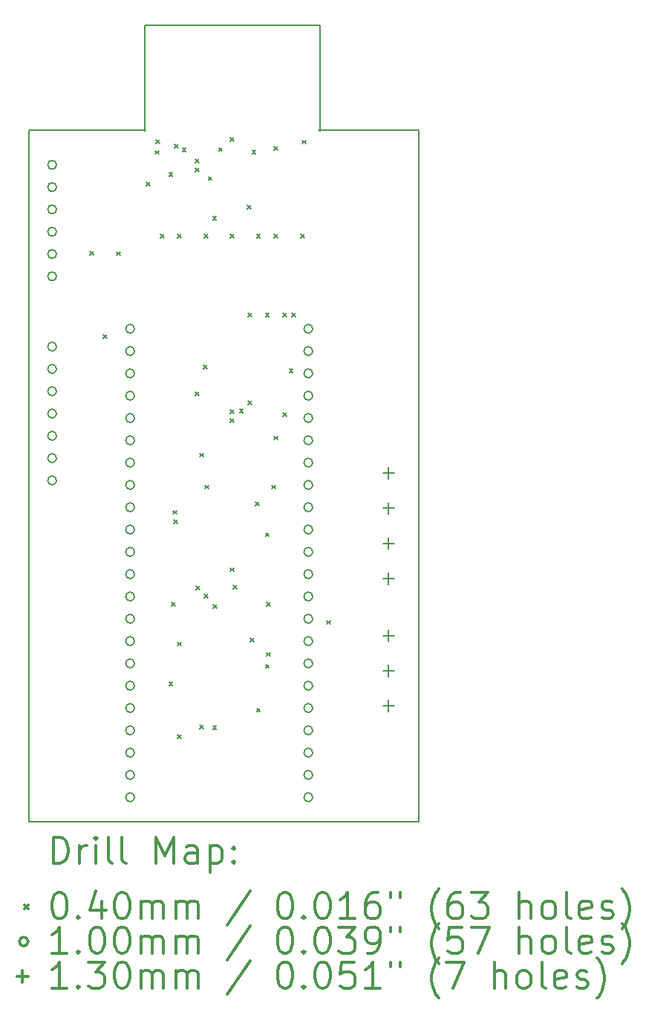
<source format=gbr>
%FSLAX45Y45*%
G04 Gerber Fmt 4.5, Leading zero omitted, Abs format (unit mm)*
G04 Created by KiCad (PCBNEW 5.0.2+dfsg1-1) date Tue 28 Dec 2021 09:50:03 AM CET*
%MOMM*%
%LPD*%
G01*
G04 APERTURE LIST*
%ADD10C,0.150000*%
%ADD11C,0.200000*%
%ADD12C,0.300000*%
G04 APERTURE END LIST*
D10*
X12051000Y-6354000D02*
X12051000Y-5154000D01*
X10731500Y-6350000D02*
X12065000Y-6350000D01*
X10731500Y-14224000D02*
X10731500Y-6350000D01*
X15176500Y-14224000D02*
X10731500Y-14224000D01*
X15176500Y-6350000D02*
X15176500Y-14224000D01*
X14033500Y-6350000D02*
X15176500Y-6350000D01*
X14051000Y-5154000D02*
X14051000Y-6354000D01*
X12051000Y-5154000D02*
X14051000Y-5154000D01*
D11*
X11430000Y-7730000D02*
X11470000Y-7770000D01*
X11470000Y-7730000D02*
X11430000Y-7770000D01*
X11580000Y-8680000D02*
X11620000Y-8720000D01*
X11620000Y-8680000D02*
X11580000Y-8720000D01*
X11732266Y-7735266D02*
X11772266Y-7775266D01*
X11772266Y-7735266D02*
X11732266Y-7775266D01*
X12070236Y-6942296D02*
X12110236Y-6982296D01*
X12110236Y-6942296D02*
X12070236Y-6982296D01*
X12172000Y-6584000D02*
X12212000Y-6624000D01*
X12212000Y-6584000D02*
X12172000Y-6624000D01*
X12179734Y-6461499D02*
X12219734Y-6501499D01*
X12219734Y-6461499D02*
X12179734Y-6501499D01*
X12232266Y-7535266D02*
X12272266Y-7575266D01*
X12272266Y-7535266D02*
X12232266Y-7575266D01*
X12330000Y-6830000D02*
X12370000Y-6870000D01*
X12370000Y-6830000D02*
X12330000Y-6870000D01*
X12331000Y-12634000D02*
X12371000Y-12674000D01*
X12371000Y-12634000D02*
X12331000Y-12674000D01*
X12362500Y-11727500D02*
X12402500Y-11767500D01*
X12402500Y-11727500D02*
X12362500Y-11767500D01*
X12380000Y-10680000D02*
X12420000Y-10720000D01*
X12420000Y-10680000D02*
X12380000Y-10720000D01*
X12383391Y-10783996D02*
X12423391Y-10823996D01*
X12423391Y-10783996D02*
X12383391Y-10823996D01*
X12392511Y-6510949D02*
X12432511Y-6550949D01*
X12432511Y-6510949D02*
X12392511Y-6550949D01*
X12430000Y-12180000D02*
X12470000Y-12220000D01*
X12470000Y-12180000D02*
X12430000Y-12220000D01*
X12431000Y-7534000D02*
X12471000Y-7574000D01*
X12471000Y-7534000D02*
X12431000Y-7574000D01*
X12431000Y-13234000D02*
X12471000Y-13274000D01*
X12471000Y-13234000D02*
X12431000Y-13274000D01*
X12482990Y-6553536D02*
X12522990Y-6593536D01*
X12522990Y-6553536D02*
X12482990Y-6593536D01*
X12630000Y-6680000D02*
X12670000Y-6720000D01*
X12670000Y-6680000D02*
X12630000Y-6720000D01*
X12631266Y-6781266D02*
X12671266Y-6821266D01*
X12671266Y-6781266D02*
X12631266Y-6821266D01*
X12632266Y-9332734D02*
X12672266Y-9372734D01*
X12672266Y-9332734D02*
X12632266Y-9372734D01*
X12639353Y-11543279D02*
X12679353Y-11583279D01*
X12679353Y-11543279D02*
X12639353Y-11583279D01*
X12680000Y-10030234D02*
X12720000Y-10070234D01*
X12720000Y-10030234D02*
X12680000Y-10070234D01*
X12680000Y-13124500D02*
X12720000Y-13164500D01*
X12720000Y-13124500D02*
X12680000Y-13164500D01*
X12724782Y-9025250D02*
X12764782Y-9065250D01*
X12764782Y-9025250D02*
X12724782Y-9065250D01*
X12731000Y-7534000D02*
X12771000Y-7574000D01*
X12771000Y-7534000D02*
X12731000Y-7574000D01*
X12731000Y-11634000D02*
X12771000Y-11674000D01*
X12771000Y-11634000D02*
X12731000Y-11674000D01*
X12743500Y-10394000D02*
X12783500Y-10434000D01*
X12783500Y-10394000D02*
X12743500Y-10434000D01*
X12780000Y-6880000D02*
X12820000Y-6920000D01*
X12820000Y-6880000D02*
X12780000Y-6920000D01*
X12831000Y-7334000D02*
X12871000Y-7374000D01*
X12871000Y-7334000D02*
X12831000Y-7374000D01*
X12831000Y-13134000D02*
X12871000Y-13174000D01*
X12871000Y-13134000D02*
X12831000Y-13174000D01*
X12836379Y-11751502D02*
X12876379Y-11791502D01*
X12876379Y-11751502D02*
X12836379Y-11791502D01*
X12897098Y-6549814D02*
X12937098Y-6589814D01*
X12937098Y-6549814D02*
X12897098Y-6589814D01*
X13031000Y-6434000D02*
X13071000Y-6474000D01*
X13071000Y-6434000D02*
X13031000Y-6474000D01*
X13031000Y-7534000D02*
X13071000Y-7574000D01*
X13071000Y-7534000D02*
X13031000Y-7574000D01*
X13031000Y-9534000D02*
X13071000Y-9574000D01*
X13071000Y-9534000D02*
X13031000Y-9574000D01*
X13031000Y-9634000D02*
X13071000Y-9674000D01*
X13071000Y-9634000D02*
X13031000Y-9674000D01*
X13031000Y-11334000D02*
X13071000Y-11374000D01*
X13071000Y-11334000D02*
X13031000Y-11374000D01*
X13061000Y-11534000D02*
X13101000Y-11574000D01*
X13101000Y-11534000D02*
X13061000Y-11574000D01*
X13134749Y-9527916D02*
X13174749Y-9567916D01*
X13174749Y-9527916D02*
X13134749Y-9567916D01*
X13227066Y-7206500D02*
X13267066Y-7246500D01*
X13267066Y-7206500D02*
X13227066Y-7246500D01*
X13231000Y-8434000D02*
X13271000Y-8474000D01*
X13271000Y-8434000D02*
X13231000Y-8474000D01*
X13231000Y-9434000D02*
X13271000Y-9474000D01*
X13271000Y-9434000D02*
X13231000Y-9474000D01*
X13258499Y-12135266D02*
X13298499Y-12175266D01*
X13298499Y-12135266D02*
X13258499Y-12175266D01*
X13280000Y-6580000D02*
X13320000Y-6620000D01*
X13320000Y-6580000D02*
X13280000Y-6620000D01*
X13315000Y-10584500D02*
X13355000Y-10624500D01*
X13355000Y-10584500D02*
X13315000Y-10624500D01*
X13331000Y-7534000D02*
X13371000Y-7574000D01*
X13371000Y-7534000D02*
X13331000Y-7574000D01*
X13331000Y-12934000D02*
X13371000Y-12974000D01*
X13371000Y-12934000D02*
X13331000Y-12974000D01*
X13431000Y-8434000D02*
X13471000Y-8474000D01*
X13471000Y-8434000D02*
X13431000Y-8474000D01*
X13431000Y-10934000D02*
X13471000Y-10974000D01*
X13471000Y-10934000D02*
X13431000Y-10974000D01*
X13431000Y-12434000D02*
X13471000Y-12474000D01*
X13471000Y-12434000D02*
X13431000Y-12474000D01*
X13442000Y-11727500D02*
X13482000Y-11767500D01*
X13482000Y-11727500D02*
X13442000Y-11767500D01*
X13442000Y-12299000D02*
X13482000Y-12339000D01*
X13482000Y-12299000D02*
X13442000Y-12339000D01*
X13505500Y-10394000D02*
X13545500Y-10434000D01*
X13545500Y-10394000D02*
X13505500Y-10434000D01*
X13531000Y-6534000D02*
X13571000Y-6574000D01*
X13571000Y-6534000D02*
X13531000Y-6574000D01*
X13531000Y-7534000D02*
X13571000Y-7574000D01*
X13571000Y-7534000D02*
X13531000Y-7574000D01*
X13531000Y-9834000D02*
X13571000Y-9874000D01*
X13571000Y-9834000D02*
X13531000Y-9874000D01*
X13631000Y-8434000D02*
X13671000Y-8474000D01*
X13671000Y-8434000D02*
X13631000Y-8474000D01*
X13632500Y-9568500D02*
X13672500Y-9608500D01*
X13672500Y-9568500D02*
X13632500Y-9608500D01*
X13702915Y-9067415D02*
X13742915Y-9107415D01*
X13742915Y-9067415D02*
X13702915Y-9107415D01*
X13731000Y-8434000D02*
X13771000Y-8474000D01*
X13771000Y-8434000D02*
X13731000Y-8474000D01*
X13831000Y-7534000D02*
X13871000Y-7574000D01*
X13871000Y-7534000D02*
X13831000Y-7574000D01*
X13851485Y-6464653D02*
X13891485Y-6504653D01*
X13891485Y-6464653D02*
X13851485Y-6504653D01*
X14131000Y-11934000D02*
X14171000Y-11974000D01*
X14171000Y-11934000D02*
X14131000Y-11974000D01*
X11937200Y-8610600D02*
G75*
G03X11937200Y-8610600I-50000J0D01*
G01*
X11937200Y-8864600D02*
G75*
G03X11937200Y-8864600I-50000J0D01*
G01*
X11937200Y-9118600D02*
G75*
G03X11937200Y-9118600I-50000J0D01*
G01*
X11937200Y-9372600D02*
G75*
G03X11937200Y-9372600I-50000J0D01*
G01*
X11937200Y-9626600D02*
G75*
G03X11937200Y-9626600I-50000J0D01*
G01*
X11937200Y-9880600D02*
G75*
G03X11937200Y-9880600I-50000J0D01*
G01*
X11937200Y-10134600D02*
G75*
G03X11937200Y-10134600I-50000J0D01*
G01*
X11937200Y-10388600D02*
G75*
G03X11937200Y-10388600I-50000J0D01*
G01*
X11937200Y-10642600D02*
G75*
G03X11937200Y-10642600I-50000J0D01*
G01*
X11937200Y-10896600D02*
G75*
G03X11937200Y-10896600I-50000J0D01*
G01*
X11937200Y-11150600D02*
G75*
G03X11937200Y-11150600I-50000J0D01*
G01*
X11937200Y-11404600D02*
G75*
G03X11937200Y-11404600I-50000J0D01*
G01*
X11937200Y-11658600D02*
G75*
G03X11937200Y-11658600I-50000J0D01*
G01*
X11937200Y-11912600D02*
G75*
G03X11937200Y-11912600I-50000J0D01*
G01*
X11937200Y-12166600D02*
G75*
G03X11937200Y-12166600I-50000J0D01*
G01*
X11937200Y-12420600D02*
G75*
G03X11937200Y-12420600I-50000J0D01*
G01*
X11937200Y-12674600D02*
G75*
G03X11937200Y-12674600I-50000J0D01*
G01*
X11937200Y-12928600D02*
G75*
G03X11937200Y-12928600I-50000J0D01*
G01*
X11937200Y-13182600D02*
G75*
G03X11937200Y-13182600I-50000J0D01*
G01*
X11937200Y-13436600D02*
G75*
G03X11937200Y-13436600I-50000J0D01*
G01*
X11937200Y-13690600D02*
G75*
G03X11937200Y-13690600I-50000J0D01*
G01*
X11937200Y-13944600D02*
G75*
G03X11937200Y-13944600I-50000J0D01*
G01*
X13969200Y-8610600D02*
G75*
G03X13969200Y-8610600I-50000J0D01*
G01*
X13969200Y-8864600D02*
G75*
G03X13969200Y-8864600I-50000J0D01*
G01*
X13969200Y-9118600D02*
G75*
G03X13969200Y-9118600I-50000J0D01*
G01*
X13969200Y-9372600D02*
G75*
G03X13969200Y-9372600I-50000J0D01*
G01*
X13969200Y-9626600D02*
G75*
G03X13969200Y-9626600I-50000J0D01*
G01*
X13969200Y-9880600D02*
G75*
G03X13969200Y-9880600I-50000J0D01*
G01*
X13969200Y-10134600D02*
G75*
G03X13969200Y-10134600I-50000J0D01*
G01*
X13969200Y-10388600D02*
G75*
G03X13969200Y-10388600I-50000J0D01*
G01*
X13969200Y-10642600D02*
G75*
G03X13969200Y-10642600I-50000J0D01*
G01*
X13969200Y-10896600D02*
G75*
G03X13969200Y-10896600I-50000J0D01*
G01*
X13969200Y-11150600D02*
G75*
G03X13969200Y-11150600I-50000J0D01*
G01*
X13969200Y-11404600D02*
G75*
G03X13969200Y-11404600I-50000J0D01*
G01*
X13969200Y-11658600D02*
G75*
G03X13969200Y-11658600I-50000J0D01*
G01*
X13969200Y-11912600D02*
G75*
G03X13969200Y-11912600I-50000J0D01*
G01*
X13969200Y-12166600D02*
G75*
G03X13969200Y-12166600I-50000J0D01*
G01*
X13969200Y-12420600D02*
G75*
G03X13969200Y-12420600I-50000J0D01*
G01*
X13969200Y-12674600D02*
G75*
G03X13969200Y-12674600I-50000J0D01*
G01*
X13969200Y-12928600D02*
G75*
G03X13969200Y-12928600I-50000J0D01*
G01*
X13969200Y-13182600D02*
G75*
G03X13969200Y-13182600I-50000J0D01*
G01*
X13969200Y-13436600D02*
G75*
G03X13969200Y-13436600I-50000J0D01*
G01*
X13969200Y-13690600D02*
G75*
G03X13969200Y-13690600I-50000J0D01*
G01*
X13969200Y-13944600D02*
G75*
G03X13969200Y-13944600I-50000J0D01*
G01*
X11048200Y-6743700D02*
G75*
G03X11048200Y-6743700I-50000J0D01*
G01*
X11048200Y-6997700D02*
G75*
G03X11048200Y-6997700I-50000J0D01*
G01*
X11048200Y-7251700D02*
G75*
G03X11048200Y-7251700I-50000J0D01*
G01*
X11048200Y-7505700D02*
G75*
G03X11048200Y-7505700I-50000J0D01*
G01*
X11048200Y-7759700D02*
G75*
G03X11048200Y-7759700I-50000J0D01*
G01*
X11048200Y-8013700D02*
G75*
G03X11048200Y-8013700I-50000J0D01*
G01*
X11048200Y-8813800D02*
G75*
G03X11048200Y-8813800I-50000J0D01*
G01*
X11048200Y-9067800D02*
G75*
G03X11048200Y-9067800I-50000J0D01*
G01*
X11048200Y-9321800D02*
G75*
G03X11048200Y-9321800I-50000J0D01*
G01*
X11048200Y-9575800D02*
G75*
G03X11048200Y-9575800I-50000J0D01*
G01*
X11048200Y-9829800D02*
G75*
G03X11048200Y-9829800I-50000J0D01*
G01*
X11048200Y-10083800D02*
G75*
G03X11048200Y-10083800I-50000J0D01*
G01*
X11048200Y-10337800D02*
G75*
G03X11048200Y-10337800I-50000J0D01*
G01*
X14833600Y-10188100D02*
X14833600Y-10318100D01*
X14768600Y-10253100D02*
X14898600Y-10253100D01*
X14833600Y-10588100D02*
X14833600Y-10718100D01*
X14768600Y-10653100D02*
X14898600Y-10653100D01*
X14833600Y-10988100D02*
X14833600Y-11118100D01*
X14768600Y-11053100D02*
X14898600Y-11053100D01*
X14833600Y-11388100D02*
X14833600Y-11518100D01*
X14768600Y-11453100D02*
X14898600Y-11453100D01*
X14833600Y-12038100D02*
X14833600Y-12168100D01*
X14768600Y-12103100D02*
X14898600Y-12103100D01*
X14833600Y-12438100D02*
X14833600Y-12568100D01*
X14768600Y-12503100D02*
X14898600Y-12503100D01*
X14833600Y-12838100D02*
X14833600Y-12968100D01*
X14768600Y-12903100D02*
X14898600Y-12903100D01*
D12*
X11010428Y-14697214D02*
X11010428Y-14397214D01*
X11081857Y-14397214D01*
X11124714Y-14411500D01*
X11153286Y-14440071D01*
X11167571Y-14468643D01*
X11181857Y-14525786D01*
X11181857Y-14568643D01*
X11167571Y-14625786D01*
X11153286Y-14654357D01*
X11124714Y-14682929D01*
X11081857Y-14697214D01*
X11010428Y-14697214D01*
X11310428Y-14697214D02*
X11310428Y-14497214D01*
X11310428Y-14554357D02*
X11324714Y-14525786D01*
X11339000Y-14511500D01*
X11367571Y-14497214D01*
X11396143Y-14497214D01*
X11496143Y-14697214D02*
X11496143Y-14497214D01*
X11496143Y-14397214D02*
X11481857Y-14411500D01*
X11496143Y-14425786D01*
X11510428Y-14411500D01*
X11496143Y-14397214D01*
X11496143Y-14425786D01*
X11681857Y-14697214D02*
X11653286Y-14682929D01*
X11639000Y-14654357D01*
X11639000Y-14397214D01*
X11839000Y-14697214D02*
X11810428Y-14682929D01*
X11796143Y-14654357D01*
X11796143Y-14397214D01*
X12181857Y-14697214D02*
X12181857Y-14397214D01*
X12281857Y-14611500D01*
X12381857Y-14397214D01*
X12381857Y-14697214D01*
X12653286Y-14697214D02*
X12653286Y-14540071D01*
X12639000Y-14511500D01*
X12610428Y-14497214D01*
X12553286Y-14497214D01*
X12524714Y-14511500D01*
X12653286Y-14682929D02*
X12624714Y-14697214D01*
X12553286Y-14697214D01*
X12524714Y-14682929D01*
X12510428Y-14654357D01*
X12510428Y-14625786D01*
X12524714Y-14597214D01*
X12553286Y-14582929D01*
X12624714Y-14582929D01*
X12653286Y-14568643D01*
X12796143Y-14497214D02*
X12796143Y-14797214D01*
X12796143Y-14511500D02*
X12824714Y-14497214D01*
X12881857Y-14497214D01*
X12910428Y-14511500D01*
X12924714Y-14525786D01*
X12939000Y-14554357D01*
X12939000Y-14640071D01*
X12924714Y-14668643D01*
X12910428Y-14682929D01*
X12881857Y-14697214D01*
X12824714Y-14697214D01*
X12796143Y-14682929D01*
X13067571Y-14668643D02*
X13081857Y-14682929D01*
X13067571Y-14697214D01*
X13053286Y-14682929D01*
X13067571Y-14668643D01*
X13067571Y-14697214D01*
X13067571Y-14511500D02*
X13081857Y-14525786D01*
X13067571Y-14540071D01*
X13053286Y-14525786D01*
X13067571Y-14511500D01*
X13067571Y-14540071D01*
X10684000Y-15171500D02*
X10724000Y-15211500D01*
X10724000Y-15171500D02*
X10684000Y-15211500D01*
X11067571Y-15027214D02*
X11096143Y-15027214D01*
X11124714Y-15041500D01*
X11139000Y-15055786D01*
X11153286Y-15084357D01*
X11167571Y-15141500D01*
X11167571Y-15212929D01*
X11153286Y-15270071D01*
X11139000Y-15298643D01*
X11124714Y-15312929D01*
X11096143Y-15327214D01*
X11067571Y-15327214D01*
X11039000Y-15312929D01*
X11024714Y-15298643D01*
X11010428Y-15270071D01*
X10996143Y-15212929D01*
X10996143Y-15141500D01*
X11010428Y-15084357D01*
X11024714Y-15055786D01*
X11039000Y-15041500D01*
X11067571Y-15027214D01*
X11296143Y-15298643D02*
X11310428Y-15312929D01*
X11296143Y-15327214D01*
X11281857Y-15312929D01*
X11296143Y-15298643D01*
X11296143Y-15327214D01*
X11567571Y-15127214D02*
X11567571Y-15327214D01*
X11496143Y-15012929D02*
X11424714Y-15227214D01*
X11610428Y-15227214D01*
X11781857Y-15027214D02*
X11810428Y-15027214D01*
X11839000Y-15041500D01*
X11853286Y-15055786D01*
X11867571Y-15084357D01*
X11881857Y-15141500D01*
X11881857Y-15212929D01*
X11867571Y-15270071D01*
X11853286Y-15298643D01*
X11839000Y-15312929D01*
X11810428Y-15327214D01*
X11781857Y-15327214D01*
X11753286Y-15312929D01*
X11739000Y-15298643D01*
X11724714Y-15270071D01*
X11710428Y-15212929D01*
X11710428Y-15141500D01*
X11724714Y-15084357D01*
X11739000Y-15055786D01*
X11753286Y-15041500D01*
X11781857Y-15027214D01*
X12010428Y-15327214D02*
X12010428Y-15127214D01*
X12010428Y-15155786D02*
X12024714Y-15141500D01*
X12053286Y-15127214D01*
X12096143Y-15127214D01*
X12124714Y-15141500D01*
X12139000Y-15170071D01*
X12139000Y-15327214D01*
X12139000Y-15170071D02*
X12153286Y-15141500D01*
X12181857Y-15127214D01*
X12224714Y-15127214D01*
X12253286Y-15141500D01*
X12267571Y-15170071D01*
X12267571Y-15327214D01*
X12410428Y-15327214D02*
X12410428Y-15127214D01*
X12410428Y-15155786D02*
X12424714Y-15141500D01*
X12453286Y-15127214D01*
X12496143Y-15127214D01*
X12524714Y-15141500D01*
X12539000Y-15170071D01*
X12539000Y-15327214D01*
X12539000Y-15170071D02*
X12553286Y-15141500D01*
X12581857Y-15127214D01*
X12624714Y-15127214D01*
X12653286Y-15141500D01*
X12667571Y-15170071D01*
X12667571Y-15327214D01*
X13253286Y-15012929D02*
X12996143Y-15398643D01*
X13639000Y-15027214D02*
X13667571Y-15027214D01*
X13696143Y-15041500D01*
X13710428Y-15055786D01*
X13724714Y-15084357D01*
X13739000Y-15141500D01*
X13739000Y-15212929D01*
X13724714Y-15270071D01*
X13710428Y-15298643D01*
X13696143Y-15312929D01*
X13667571Y-15327214D01*
X13639000Y-15327214D01*
X13610428Y-15312929D01*
X13596143Y-15298643D01*
X13581857Y-15270071D01*
X13567571Y-15212929D01*
X13567571Y-15141500D01*
X13581857Y-15084357D01*
X13596143Y-15055786D01*
X13610428Y-15041500D01*
X13639000Y-15027214D01*
X13867571Y-15298643D02*
X13881857Y-15312929D01*
X13867571Y-15327214D01*
X13853286Y-15312929D01*
X13867571Y-15298643D01*
X13867571Y-15327214D01*
X14067571Y-15027214D02*
X14096143Y-15027214D01*
X14124714Y-15041500D01*
X14139000Y-15055786D01*
X14153286Y-15084357D01*
X14167571Y-15141500D01*
X14167571Y-15212929D01*
X14153286Y-15270071D01*
X14139000Y-15298643D01*
X14124714Y-15312929D01*
X14096143Y-15327214D01*
X14067571Y-15327214D01*
X14039000Y-15312929D01*
X14024714Y-15298643D01*
X14010428Y-15270071D01*
X13996143Y-15212929D01*
X13996143Y-15141500D01*
X14010428Y-15084357D01*
X14024714Y-15055786D01*
X14039000Y-15041500D01*
X14067571Y-15027214D01*
X14453286Y-15327214D02*
X14281857Y-15327214D01*
X14367571Y-15327214D02*
X14367571Y-15027214D01*
X14339000Y-15070071D01*
X14310428Y-15098643D01*
X14281857Y-15112929D01*
X14710428Y-15027214D02*
X14653286Y-15027214D01*
X14624714Y-15041500D01*
X14610428Y-15055786D01*
X14581857Y-15098643D01*
X14567571Y-15155786D01*
X14567571Y-15270071D01*
X14581857Y-15298643D01*
X14596143Y-15312929D01*
X14624714Y-15327214D01*
X14681857Y-15327214D01*
X14710428Y-15312929D01*
X14724714Y-15298643D01*
X14739000Y-15270071D01*
X14739000Y-15198643D01*
X14724714Y-15170071D01*
X14710428Y-15155786D01*
X14681857Y-15141500D01*
X14624714Y-15141500D01*
X14596143Y-15155786D01*
X14581857Y-15170071D01*
X14567571Y-15198643D01*
X14853286Y-15027214D02*
X14853286Y-15084357D01*
X14967571Y-15027214D02*
X14967571Y-15084357D01*
X15410428Y-15441500D02*
X15396143Y-15427214D01*
X15367571Y-15384357D01*
X15353286Y-15355786D01*
X15339000Y-15312929D01*
X15324714Y-15241500D01*
X15324714Y-15184357D01*
X15339000Y-15112929D01*
X15353286Y-15070071D01*
X15367571Y-15041500D01*
X15396143Y-14998643D01*
X15410428Y-14984357D01*
X15653286Y-15027214D02*
X15596143Y-15027214D01*
X15567571Y-15041500D01*
X15553286Y-15055786D01*
X15524714Y-15098643D01*
X15510428Y-15155786D01*
X15510428Y-15270071D01*
X15524714Y-15298643D01*
X15539000Y-15312929D01*
X15567571Y-15327214D01*
X15624714Y-15327214D01*
X15653286Y-15312929D01*
X15667571Y-15298643D01*
X15681857Y-15270071D01*
X15681857Y-15198643D01*
X15667571Y-15170071D01*
X15653286Y-15155786D01*
X15624714Y-15141500D01*
X15567571Y-15141500D01*
X15539000Y-15155786D01*
X15524714Y-15170071D01*
X15510428Y-15198643D01*
X15781857Y-15027214D02*
X15967571Y-15027214D01*
X15867571Y-15141500D01*
X15910428Y-15141500D01*
X15939000Y-15155786D01*
X15953286Y-15170071D01*
X15967571Y-15198643D01*
X15967571Y-15270071D01*
X15953286Y-15298643D01*
X15939000Y-15312929D01*
X15910428Y-15327214D01*
X15824714Y-15327214D01*
X15796143Y-15312929D01*
X15781857Y-15298643D01*
X16324714Y-15327214D02*
X16324714Y-15027214D01*
X16453286Y-15327214D02*
X16453286Y-15170071D01*
X16439000Y-15141500D01*
X16410428Y-15127214D01*
X16367571Y-15127214D01*
X16339000Y-15141500D01*
X16324714Y-15155786D01*
X16639000Y-15327214D02*
X16610428Y-15312929D01*
X16596143Y-15298643D01*
X16581857Y-15270071D01*
X16581857Y-15184357D01*
X16596143Y-15155786D01*
X16610428Y-15141500D01*
X16639000Y-15127214D01*
X16681857Y-15127214D01*
X16710428Y-15141500D01*
X16724714Y-15155786D01*
X16739000Y-15184357D01*
X16739000Y-15270071D01*
X16724714Y-15298643D01*
X16710428Y-15312929D01*
X16681857Y-15327214D01*
X16639000Y-15327214D01*
X16910428Y-15327214D02*
X16881857Y-15312929D01*
X16867571Y-15284357D01*
X16867571Y-15027214D01*
X17139000Y-15312929D02*
X17110428Y-15327214D01*
X17053286Y-15327214D01*
X17024714Y-15312929D01*
X17010428Y-15284357D01*
X17010428Y-15170071D01*
X17024714Y-15141500D01*
X17053286Y-15127214D01*
X17110428Y-15127214D01*
X17139000Y-15141500D01*
X17153286Y-15170071D01*
X17153286Y-15198643D01*
X17010428Y-15227214D01*
X17267571Y-15312929D02*
X17296143Y-15327214D01*
X17353286Y-15327214D01*
X17381857Y-15312929D01*
X17396143Y-15284357D01*
X17396143Y-15270071D01*
X17381857Y-15241500D01*
X17353286Y-15227214D01*
X17310428Y-15227214D01*
X17281857Y-15212929D01*
X17267571Y-15184357D01*
X17267571Y-15170071D01*
X17281857Y-15141500D01*
X17310428Y-15127214D01*
X17353286Y-15127214D01*
X17381857Y-15141500D01*
X17496143Y-15441500D02*
X17510428Y-15427214D01*
X17539000Y-15384357D01*
X17553286Y-15355786D01*
X17567571Y-15312929D01*
X17581857Y-15241500D01*
X17581857Y-15184357D01*
X17567571Y-15112929D01*
X17553286Y-15070071D01*
X17539000Y-15041500D01*
X17510428Y-14998643D01*
X17496143Y-14984357D01*
X10724000Y-15587500D02*
G75*
G03X10724000Y-15587500I-50000J0D01*
G01*
X11167571Y-15723214D02*
X10996143Y-15723214D01*
X11081857Y-15723214D02*
X11081857Y-15423214D01*
X11053286Y-15466071D01*
X11024714Y-15494643D01*
X10996143Y-15508929D01*
X11296143Y-15694643D02*
X11310428Y-15708929D01*
X11296143Y-15723214D01*
X11281857Y-15708929D01*
X11296143Y-15694643D01*
X11296143Y-15723214D01*
X11496143Y-15423214D02*
X11524714Y-15423214D01*
X11553286Y-15437500D01*
X11567571Y-15451786D01*
X11581857Y-15480357D01*
X11596143Y-15537500D01*
X11596143Y-15608929D01*
X11581857Y-15666071D01*
X11567571Y-15694643D01*
X11553286Y-15708929D01*
X11524714Y-15723214D01*
X11496143Y-15723214D01*
X11467571Y-15708929D01*
X11453286Y-15694643D01*
X11439000Y-15666071D01*
X11424714Y-15608929D01*
X11424714Y-15537500D01*
X11439000Y-15480357D01*
X11453286Y-15451786D01*
X11467571Y-15437500D01*
X11496143Y-15423214D01*
X11781857Y-15423214D02*
X11810428Y-15423214D01*
X11839000Y-15437500D01*
X11853286Y-15451786D01*
X11867571Y-15480357D01*
X11881857Y-15537500D01*
X11881857Y-15608929D01*
X11867571Y-15666071D01*
X11853286Y-15694643D01*
X11839000Y-15708929D01*
X11810428Y-15723214D01*
X11781857Y-15723214D01*
X11753286Y-15708929D01*
X11739000Y-15694643D01*
X11724714Y-15666071D01*
X11710428Y-15608929D01*
X11710428Y-15537500D01*
X11724714Y-15480357D01*
X11739000Y-15451786D01*
X11753286Y-15437500D01*
X11781857Y-15423214D01*
X12010428Y-15723214D02*
X12010428Y-15523214D01*
X12010428Y-15551786D02*
X12024714Y-15537500D01*
X12053286Y-15523214D01*
X12096143Y-15523214D01*
X12124714Y-15537500D01*
X12139000Y-15566071D01*
X12139000Y-15723214D01*
X12139000Y-15566071D02*
X12153286Y-15537500D01*
X12181857Y-15523214D01*
X12224714Y-15523214D01*
X12253286Y-15537500D01*
X12267571Y-15566071D01*
X12267571Y-15723214D01*
X12410428Y-15723214D02*
X12410428Y-15523214D01*
X12410428Y-15551786D02*
X12424714Y-15537500D01*
X12453286Y-15523214D01*
X12496143Y-15523214D01*
X12524714Y-15537500D01*
X12539000Y-15566071D01*
X12539000Y-15723214D01*
X12539000Y-15566071D02*
X12553286Y-15537500D01*
X12581857Y-15523214D01*
X12624714Y-15523214D01*
X12653286Y-15537500D01*
X12667571Y-15566071D01*
X12667571Y-15723214D01*
X13253286Y-15408929D02*
X12996143Y-15794643D01*
X13639000Y-15423214D02*
X13667571Y-15423214D01*
X13696143Y-15437500D01*
X13710428Y-15451786D01*
X13724714Y-15480357D01*
X13739000Y-15537500D01*
X13739000Y-15608929D01*
X13724714Y-15666071D01*
X13710428Y-15694643D01*
X13696143Y-15708929D01*
X13667571Y-15723214D01*
X13639000Y-15723214D01*
X13610428Y-15708929D01*
X13596143Y-15694643D01*
X13581857Y-15666071D01*
X13567571Y-15608929D01*
X13567571Y-15537500D01*
X13581857Y-15480357D01*
X13596143Y-15451786D01*
X13610428Y-15437500D01*
X13639000Y-15423214D01*
X13867571Y-15694643D02*
X13881857Y-15708929D01*
X13867571Y-15723214D01*
X13853286Y-15708929D01*
X13867571Y-15694643D01*
X13867571Y-15723214D01*
X14067571Y-15423214D02*
X14096143Y-15423214D01*
X14124714Y-15437500D01*
X14139000Y-15451786D01*
X14153286Y-15480357D01*
X14167571Y-15537500D01*
X14167571Y-15608929D01*
X14153286Y-15666071D01*
X14139000Y-15694643D01*
X14124714Y-15708929D01*
X14096143Y-15723214D01*
X14067571Y-15723214D01*
X14039000Y-15708929D01*
X14024714Y-15694643D01*
X14010428Y-15666071D01*
X13996143Y-15608929D01*
X13996143Y-15537500D01*
X14010428Y-15480357D01*
X14024714Y-15451786D01*
X14039000Y-15437500D01*
X14067571Y-15423214D01*
X14267571Y-15423214D02*
X14453286Y-15423214D01*
X14353286Y-15537500D01*
X14396143Y-15537500D01*
X14424714Y-15551786D01*
X14439000Y-15566071D01*
X14453286Y-15594643D01*
X14453286Y-15666071D01*
X14439000Y-15694643D01*
X14424714Y-15708929D01*
X14396143Y-15723214D01*
X14310428Y-15723214D01*
X14281857Y-15708929D01*
X14267571Y-15694643D01*
X14596143Y-15723214D02*
X14653286Y-15723214D01*
X14681857Y-15708929D01*
X14696143Y-15694643D01*
X14724714Y-15651786D01*
X14739000Y-15594643D01*
X14739000Y-15480357D01*
X14724714Y-15451786D01*
X14710428Y-15437500D01*
X14681857Y-15423214D01*
X14624714Y-15423214D01*
X14596143Y-15437500D01*
X14581857Y-15451786D01*
X14567571Y-15480357D01*
X14567571Y-15551786D01*
X14581857Y-15580357D01*
X14596143Y-15594643D01*
X14624714Y-15608929D01*
X14681857Y-15608929D01*
X14710428Y-15594643D01*
X14724714Y-15580357D01*
X14739000Y-15551786D01*
X14853286Y-15423214D02*
X14853286Y-15480357D01*
X14967571Y-15423214D02*
X14967571Y-15480357D01*
X15410428Y-15837500D02*
X15396143Y-15823214D01*
X15367571Y-15780357D01*
X15353286Y-15751786D01*
X15339000Y-15708929D01*
X15324714Y-15637500D01*
X15324714Y-15580357D01*
X15339000Y-15508929D01*
X15353286Y-15466071D01*
X15367571Y-15437500D01*
X15396143Y-15394643D01*
X15410428Y-15380357D01*
X15667571Y-15423214D02*
X15524714Y-15423214D01*
X15510428Y-15566071D01*
X15524714Y-15551786D01*
X15553286Y-15537500D01*
X15624714Y-15537500D01*
X15653286Y-15551786D01*
X15667571Y-15566071D01*
X15681857Y-15594643D01*
X15681857Y-15666071D01*
X15667571Y-15694643D01*
X15653286Y-15708929D01*
X15624714Y-15723214D01*
X15553286Y-15723214D01*
X15524714Y-15708929D01*
X15510428Y-15694643D01*
X15781857Y-15423214D02*
X15981857Y-15423214D01*
X15853286Y-15723214D01*
X16324714Y-15723214D02*
X16324714Y-15423214D01*
X16453286Y-15723214D02*
X16453286Y-15566071D01*
X16439000Y-15537500D01*
X16410428Y-15523214D01*
X16367571Y-15523214D01*
X16339000Y-15537500D01*
X16324714Y-15551786D01*
X16639000Y-15723214D02*
X16610428Y-15708929D01*
X16596143Y-15694643D01*
X16581857Y-15666071D01*
X16581857Y-15580357D01*
X16596143Y-15551786D01*
X16610428Y-15537500D01*
X16639000Y-15523214D01*
X16681857Y-15523214D01*
X16710428Y-15537500D01*
X16724714Y-15551786D01*
X16739000Y-15580357D01*
X16739000Y-15666071D01*
X16724714Y-15694643D01*
X16710428Y-15708929D01*
X16681857Y-15723214D01*
X16639000Y-15723214D01*
X16910428Y-15723214D02*
X16881857Y-15708929D01*
X16867571Y-15680357D01*
X16867571Y-15423214D01*
X17139000Y-15708929D02*
X17110428Y-15723214D01*
X17053286Y-15723214D01*
X17024714Y-15708929D01*
X17010428Y-15680357D01*
X17010428Y-15566071D01*
X17024714Y-15537500D01*
X17053286Y-15523214D01*
X17110428Y-15523214D01*
X17139000Y-15537500D01*
X17153286Y-15566071D01*
X17153286Y-15594643D01*
X17010428Y-15623214D01*
X17267571Y-15708929D02*
X17296143Y-15723214D01*
X17353286Y-15723214D01*
X17381857Y-15708929D01*
X17396143Y-15680357D01*
X17396143Y-15666071D01*
X17381857Y-15637500D01*
X17353286Y-15623214D01*
X17310428Y-15623214D01*
X17281857Y-15608929D01*
X17267571Y-15580357D01*
X17267571Y-15566071D01*
X17281857Y-15537500D01*
X17310428Y-15523214D01*
X17353286Y-15523214D01*
X17381857Y-15537500D01*
X17496143Y-15837500D02*
X17510428Y-15823214D01*
X17539000Y-15780357D01*
X17553286Y-15751786D01*
X17567571Y-15708929D01*
X17581857Y-15637500D01*
X17581857Y-15580357D01*
X17567571Y-15508929D01*
X17553286Y-15466071D01*
X17539000Y-15437500D01*
X17510428Y-15394643D01*
X17496143Y-15380357D01*
X10659000Y-15918500D02*
X10659000Y-16048500D01*
X10594000Y-15983500D02*
X10724000Y-15983500D01*
X11167571Y-16119214D02*
X10996143Y-16119214D01*
X11081857Y-16119214D02*
X11081857Y-15819214D01*
X11053286Y-15862071D01*
X11024714Y-15890643D01*
X10996143Y-15904929D01*
X11296143Y-16090643D02*
X11310428Y-16104929D01*
X11296143Y-16119214D01*
X11281857Y-16104929D01*
X11296143Y-16090643D01*
X11296143Y-16119214D01*
X11410428Y-15819214D02*
X11596143Y-15819214D01*
X11496143Y-15933500D01*
X11539000Y-15933500D01*
X11567571Y-15947786D01*
X11581857Y-15962071D01*
X11596143Y-15990643D01*
X11596143Y-16062071D01*
X11581857Y-16090643D01*
X11567571Y-16104929D01*
X11539000Y-16119214D01*
X11453286Y-16119214D01*
X11424714Y-16104929D01*
X11410428Y-16090643D01*
X11781857Y-15819214D02*
X11810428Y-15819214D01*
X11839000Y-15833500D01*
X11853286Y-15847786D01*
X11867571Y-15876357D01*
X11881857Y-15933500D01*
X11881857Y-16004929D01*
X11867571Y-16062071D01*
X11853286Y-16090643D01*
X11839000Y-16104929D01*
X11810428Y-16119214D01*
X11781857Y-16119214D01*
X11753286Y-16104929D01*
X11739000Y-16090643D01*
X11724714Y-16062071D01*
X11710428Y-16004929D01*
X11710428Y-15933500D01*
X11724714Y-15876357D01*
X11739000Y-15847786D01*
X11753286Y-15833500D01*
X11781857Y-15819214D01*
X12010428Y-16119214D02*
X12010428Y-15919214D01*
X12010428Y-15947786D02*
X12024714Y-15933500D01*
X12053286Y-15919214D01*
X12096143Y-15919214D01*
X12124714Y-15933500D01*
X12139000Y-15962071D01*
X12139000Y-16119214D01*
X12139000Y-15962071D02*
X12153286Y-15933500D01*
X12181857Y-15919214D01*
X12224714Y-15919214D01*
X12253286Y-15933500D01*
X12267571Y-15962071D01*
X12267571Y-16119214D01*
X12410428Y-16119214D02*
X12410428Y-15919214D01*
X12410428Y-15947786D02*
X12424714Y-15933500D01*
X12453286Y-15919214D01*
X12496143Y-15919214D01*
X12524714Y-15933500D01*
X12539000Y-15962071D01*
X12539000Y-16119214D01*
X12539000Y-15962071D02*
X12553286Y-15933500D01*
X12581857Y-15919214D01*
X12624714Y-15919214D01*
X12653286Y-15933500D01*
X12667571Y-15962071D01*
X12667571Y-16119214D01*
X13253286Y-15804929D02*
X12996143Y-16190643D01*
X13639000Y-15819214D02*
X13667571Y-15819214D01*
X13696143Y-15833500D01*
X13710428Y-15847786D01*
X13724714Y-15876357D01*
X13739000Y-15933500D01*
X13739000Y-16004929D01*
X13724714Y-16062071D01*
X13710428Y-16090643D01*
X13696143Y-16104929D01*
X13667571Y-16119214D01*
X13639000Y-16119214D01*
X13610428Y-16104929D01*
X13596143Y-16090643D01*
X13581857Y-16062071D01*
X13567571Y-16004929D01*
X13567571Y-15933500D01*
X13581857Y-15876357D01*
X13596143Y-15847786D01*
X13610428Y-15833500D01*
X13639000Y-15819214D01*
X13867571Y-16090643D02*
X13881857Y-16104929D01*
X13867571Y-16119214D01*
X13853286Y-16104929D01*
X13867571Y-16090643D01*
X13867571Y-16119214D01*
X14067571Y-15819214D02*
X14096143Y-15819214D01*
X14124714Y-15833500D01*
X14139000Y-15847786D01*
X14153286Y-15876357D01*
X14167571Y-15933500D01*
X14167571Y-16004929D01*
X14153286Y-16062071D01*
X14139000Y-16090643D01*
X14124714Y-16104929D01*
X14096143Y-16119214D01*
X14067571Y-16119214D01*
X14039000Y-16104929D01*
X14024714Y-16090643D01*
X14010428Y-16062071D01*
X13996143Y-16004929D01*
X13996143Y-15933500D01*
X14010428Y-15876357D01*
X14024714Y-15847786D01*
X14039000Y-15833500D01*
X14067571Y-15819214D01*
X14439000Y-15819214D02*
X14296143Y-15819214D01*
X14281857Y-15962071D01*
X14296143Y-15947786D01*
X14324714Y-15933500D01*
X14396143Y-15933500D01*
X14424714Y-15947786D01*
X14439000Y-15962071D01*
X14453286Y-15990643D01*
X14453286Y-16062071D01*
X14439000Y-16090643D01*
X14424714Y-16104929D01*
X14396143Y-16119214D01*
X14324714Y-16119214D01*
X14296143Y-16104929D01*
X14281857Y-16090643D01*
X14739000Y-16119214D02*
X14567571Y-16119214D01*
X14653286Y-16119214D02*
X14653286Y-15819214D01*
X14624714Y-15862071D01*
X14596143Y-15890643D01*
X14567571Y-15904929D01*
X14853286Y-15819214D02*
X14853286Y-15876357D01*
X14967571Y-15819214D02*
X14967571Y-15876357D01*
X15410428Y-16233500D02*
X15396143Y-16219214D01*
X15367571Y-16176357D01*
X15353286Y-16147786D01*
X15339000Y-16104929D01*
X15324714Y-16033500D01*
X15324714Y-15976357D01*
X15339000Y-15904929D01*
X15353286Y-15862071D01*
X15367571Y-15833500D01*
X15396143Y-15790643D01*
X15410428Y-15776357D01*
X15496143Y-15819214D02*
X15696143Y-15819214D01*
X15567571Y-16119214D01*
X16039000Y-16119214D02*
X16039000Y-15819214D01*
X16167571Y-16119214D02*
X16167571Y-15962071D01*
X16153286Y-15933500D01*
X16124714Y-15919214D01*
X16081857Y-15919214D01*
X16053286Y-15933500D01*
X16039000Y-15947786D01*
X16353286Y-16119214D02*
X16324714Y-16104929D01*
X16310428Y-16090643D01*
X16296143Y-16062071D01*
X16296143Y-15976357D01*
X16310428Y-15947786D01*
X16324714Y-15933500D01*
X16353286Y-15919214D01*
X16396143Y-15919214D01*
X16424714Y-15933500D01*
X16439000Y-15947786D01*
X16453286Y-15976357D01*
X16453286Y-16062071D01*
X16439000Y-16090643D01*
X16424714Y-16104929D01*
X16396143Y-16119214D01*
X16353286Y-16119214D01*
X16624714Y-16119214D02*
X16596143Y-16104929D01*
X16581857Y-16076357D01*
X16581857Y-15819214D01*
X16853286Y-16104929D02*
X16824714Y-16119214D01*
X16767571Y-16119214D01*
X16739000Y-16104929D01*
X16724714Y-16076357D01*
X16724714Y-15962071D01*
X16739000Y-15933500D01*
X16767571Y-15919214D01*
X16824714Y-15919214D01*
X16853286Y-15933500D01*
X16867571Y-15962071D01*
X16867571Y-15990643D01*
X16724714Y-16019214D01*
X16981857Y-16104929D02*
X17010428Y-16119214D01*
X17067571Y-16119214D01*
X17096143Y-16104929D01*
X17110428Y-16076357D01*
X17110428Y-16062071D01*
X17096143Y-16033500D01*
X17067571Y-16019214D01*
X17024714Y-16019214D01*
X16996143Y-16004929D01*
X16981857Y-15976357D01*
X16981857Y-15962071D01*
X16996143Y-15933500D01*
X17024714Y-15919214D01*
X17067571Y-15919214D01*
X17096143Y-15933500D01*
X17210428Y-16233500D02*
X17224714Y-16219214D01*
X17253286Y-16176357D01*
X17267571Y-16147786D01*
X17281857Y-16104929D01*
X17296143Y-16033500D01*
X17296143Y-15976357D01*
X17281857Y-15904929D01*
X17267571Y-15862071D01*
X17253286Y-15833500D01*
X17224714Y-15790643D01*
X17210428Y-15776357D01*
M02*

</source>
